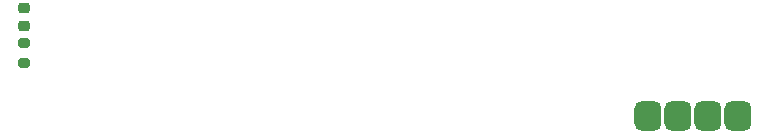
<source format=gbr>
%TF.GenerationSoftware,KiCad,Pcbnew,8.0.0*%
%TF.CreationDate,2024-09-10T23:58:07-07:00*%
%TF.ProjectId,sled,736c6564-2e6b-4696-9361-645f70636258,rev?*%
%TF.SameCoordinates,Original*%
%TF.FileFunction,Paste,Top*%
%TF.FilePolarity,Positive*%
%FSLAX46Y46*%
G04 Gerber Fmt 4.6, Leading zero omitted, Abs format (unit mm)*
G04 Created by KiCad (PCBNEW 8.0.0) date 2024-09-10 23:58:07*
%MOMM*%
%LPD*%
G01*
G04 APERTURE LIST*
G04 Aperture macros list*
%AMRoundRect*
0 Rectangle with rounded corners*
0 $1 Rounding radius*
0 $2 $3 $4 $5 $6 $7 $8 $9 X,Y pos of 4 corners*
0 Add a 4 corners polygon primitive as box body*
4,1,4,$2,$3,$4,$5,$6,$7,$8,$9,$2,$3,0*
0 Add four circle primitives for the rounded corners*
1,1,$1+$1,$2,$3*
1,1,$1+$1,$4,$5*
1,1,$1+$1,$6,$7*
1,1,$1+$1,$8,$9*
0 Add four rect primitives between the rounded corners*
20,1,$1+$1,$2,$3,$4,$5,0*
20,1,$1+$1,$4,$5,$6,$7,0*
20,1,$1+$1,$6,$7,$8,$9,0*
20,1,$1+$1,$8,$9,$2,$3,0*%
G04 Aperture macros list end*
%ADD10RoundRect,0.200000X-0.275000X0.200000X-0.275000X-0.200000X0.275000X-0.200000X0.275000X0.200000X0*%
%ADD11RoundRect,0.571500X-0.571500X-0.678500X0.571500X-0.678500X0.571500X0.678500X-0.571500X0.678500X0*%
%ADD12RoundRect,0.218750X-0.256250X0.218750X-0.256250X-0.218750X0.256250X-0.218750X0.256250X0.218750X0*%
G04 APERTURE END LIST*
D10*
%TO.C,R2*%
X113919000Y-66485000D03*
X113919000Y-68135000D03*
%TD*%
D11*
%TO.C,J3*%
X166725600Y-72644000D03*
X169291000Y-72644000D03*
X171831000Y-72644000D03*
X174371000Y-72644000D03*
%TD*%
D12*
%TO.C,D2*%
X113919000Y-63474500D03*
X113919000Y-65049500D03*
%TD*%
M02*

</source>
